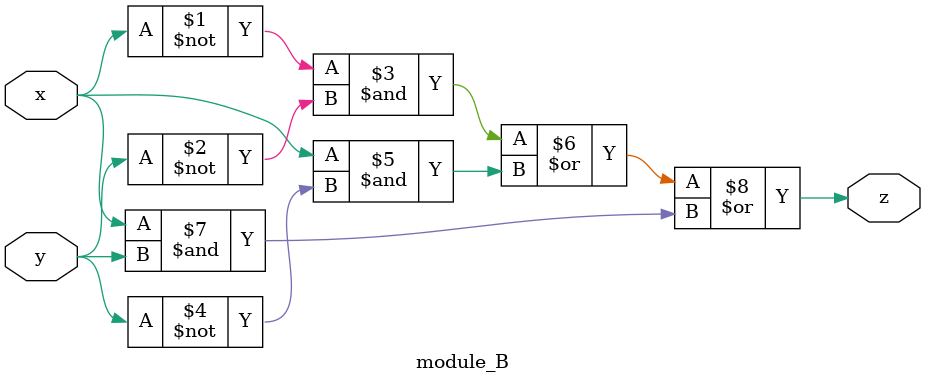
<source format=sv>
module module_B(
    input x,
    input y,
    output z
);

assign z = (~x & ~y) | (x & ~y) | (x & y);

endmodule

</source>
